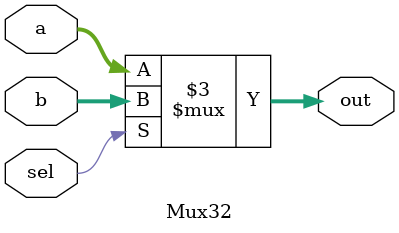
<source format=sv>
module Mux32(
    input [31:0] a,
    input [31:0] b,
    input sel,
    output reg [31:0] out
);

always @(*) begin
    if (sel) begin
        out = b;
    end
    else begin
        out = a;
    end
end

endmodule

</source>
